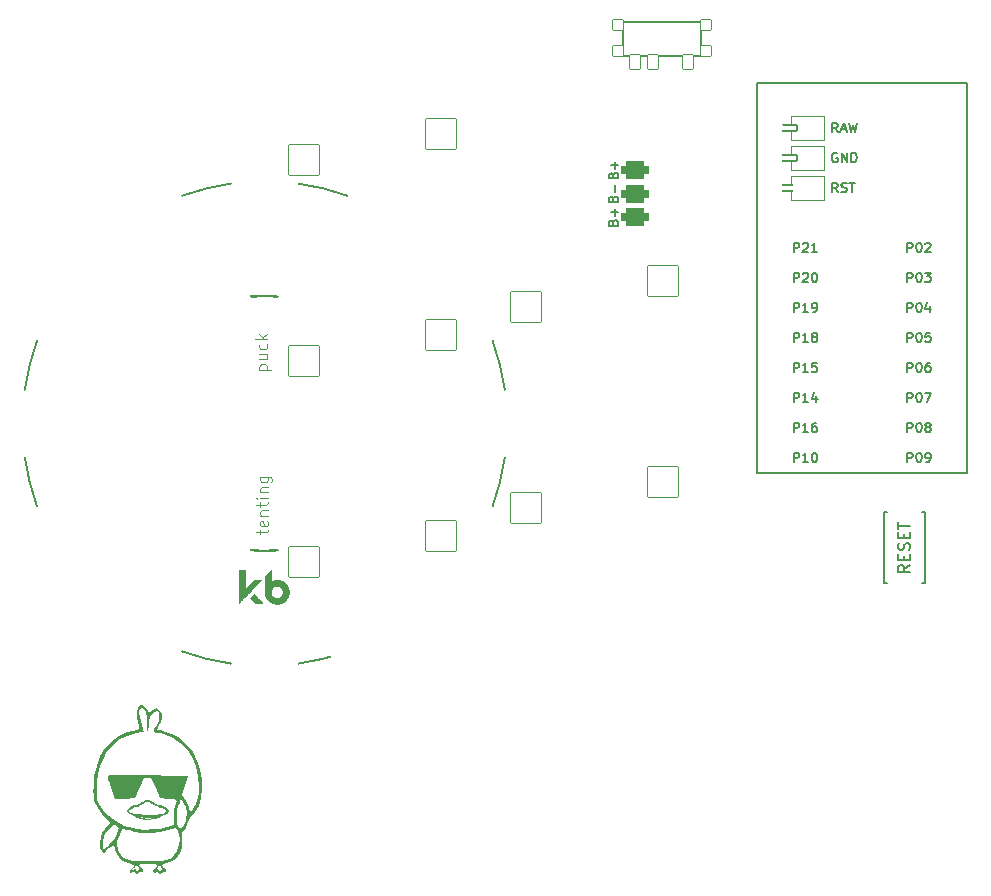
<source format=gto>
%TF.GenerationSoftware,KiCad,Pcbnew,(6.0.4)*%
%TF.CreationDate,2022-05-21T01:48:00+02:00*%
%TF.ProjectId,battoota,62617474-6f6f-4746-912e-6b696361645f,v1.0.0*%
%TF.SameCoordinates,Original*%
%TF.FileFunction,Legend,Top*%
%TF.FilePolarity,Positive*%
%FSLAX46Y46*%
G04 Gerber Fmt 4.6, Leading zero omitted, Abs format (unit mm)*
G04 Created by KiCad (PCBNEW (6.0.4)) date 2022-05-21 01:48:00*
%MOMM*%
%LPD*%
G01*
G04 APERTURE LIST*
G04 Aperture macros list*
%AMRoundRect*
0 Rectangle with rounded corners*
0 $1 Rounding radius*
0 $2 $3 $4 $5 $6 $7 $8 $9 X,Y pos of 4 corners*
0 Add a 4 corners polygon primitive as box body*
4,1,4,$2,$3,$4,$5,$6,$7,$8,$9,$2,$3,0*
0 Add four circle primitives for the rounded corners*
1,1,$1+$1,$2,$3*
1,1,$1+$1,$4,$5*
1,1,$1+$1,$6,$7*
1,1,$1+$1,$8,$9*
0 Add four rect primitives between the rounded corners*
20,1,$1+$1,$2,$3,$4,$5,0*
20,1,$1+$1,$4,$5,$6,$7,0*
20,1,$1+$1,$6,$7,$8,$9,0*
20,1,$1+$1,$8,$9,$2,$3,0*%
%AMFreePoly0*
4,1,16,0.535355,0.785355,0.550000,0.750000,0.550000,-0.750000,0.535355,-0.785355,0.500000,-0.800000,-0.650000,-0.800000,-0.685355,-0.785355,-0.700000,-0.750000,-0.691603,-0.722265,-0.210093,0.000000,-0.691603,0.722265,-0.699029,0.759806,-0.677735,0.791603,-0.650000,0.800000,0.500000,0.800000,0.535355,0.785355,0.535355,0.785355,$1*%
%AMFreePoly1*
4,1,16,0.535355,0.785355,0.541603,0.777735,1.041603,0.027735,1.049029,-0.009806,1.041603,-0.027735,0.541603,-0.777735,0.509806,-0.799029,0.500000,-0.800000,-0.500000,-0.800000,-0.535355,-0.785355,-0.550000,-0.750000,-0.550000,0.750000,-0.535355,0.785355,-0.500000,0.800000,0.500000,0.800000,0.535355,0.785355,0.535355,0.785355,$1*%
G04 Aperture macros list end*
%ADD10C,0.150000*%
%ADD11C,0.100000*%
%ADD12C,0.120000*%
%ADD13C,0.200000*%
%ADD14C,0.010000*%
%ADD15C,2.000000*%
%ADD16RoundRect,0.375000X-0.750000X0.375000X-0.750000X-0.375000X0.750000X-0.375000X0.750000X0.375000X0*%
%ADD17C,1.752600*%
%ADD18C,2.100000*%
%ADD19C,3.100000*%
%ADD20C,1.801800*%
%ADD21C,3.529000*%
%ADD22RoundRect,0.050000X-1.054507X-1.505993X1.505993X-1.054507X1.054507X1.505993X-1.505993X1.054507X0*%
%ADD23C,2.132000*%
%ADD24RoundRect,0.050000X-1.181751X-1.408356X1.408356X-1.181751X1.181751X1.408356X-1.408356X1.181751X0*%
%ADD25RoundRect,0.050000X-1.300000X-1.300000X1.300000X-1.300000X1.300000X1.300000X-1.300000X1.300000X0*%
%ADD26RoundRect,0.425000X-0.750000X0.375000X-0.750000X-0.375000X0.750000X-0.375000X0.750000X0.375000X0*%
%ADD27RoundRect,0.050000X-1.716367X-0.658851X0.658851X-1.716367X1.716367X0.658851X-0.658851X1.716367X0*%
%ADD28RoundRect,0.050000X-0.863113X-1.623279X1.623279X-0.863113X0.863113X1.623279X-1.623279X0.863113X0*%
%ADD29RoundRect,0.050000X-0.450000X-0.450000X0.450000X-0.450000X0.450000X0.450000X-0.450000X0.450000X0*%
%ADD30RoundRect,0.050000X-0.450000X-0.625000X0.450000X-0.625000X0.450000X0.625000X-0.450000X0.625000X0*%
%ADD31C,1.100000*%
%ADD32RoundRect,0.050000X-1.487360X-1.080630X1.080630X-1.487360X1.487360X1.080630X-1.080630X1.487360X0*%
%ADD33C,1.852600*%
%ADD34FreePoly0,180.000000*%
%ADD35RoundRect,0.050000X-0.762000X0.250000X-0.762000X-0.250000X0.762000X-0.250000X0.762000X0.250000X0*%
%ADD36FreePoly1,180.000000*%
%ADD37C,4.500000*%
G04 APERTURE END LIST*
D10*
%TO.C,B1*%
X158422171Y76170873D02*
X157945981Y75837539D01*
X158422171Y75599444D02*
X157422171Y75599444D01*
X157422171Y75980396D01*
X157469791Y76075634D01*
X157517410Y76123254D01*
X157612648Y76170873D01*
X157755505Y76170873D01*
X157850743Y76123254D01*
X157898362Y76075634D01*
X157945981Y75980396D01*
X157945981Y75599444D01*
X157898362Y76599444D02*
X157898362Y76932777D01*
X158422171Y77075634D02*
X158422171Y76599444D01*
X157422171Y76599444D01*
X157422171Y77075634D01*
X158374552Y77456587D02*
X158422171Y77599444D01*
X158422171Y77837539D01*
X158374552Y77932777D01*
X158326933Y77980396D01*
X158231695Y78028015D01*
X158136457Y78028015D01*
X158041219Y77980396D01*
X157993600Y77932777D01*
X157945981Y77837539D01*
X157898362Y77647063D01*
X157850743Y77551825D01*
X157803124Y77504206D01*
X157707886Y77456587D01*
X157612648Y77456587D01*
X157517410Y77504206D01*
X157469791Y77551825D01*
X157422171Y77647063D01*
X157422171Y77885158D01*
X157469791Y78028015D01*
X157898362Y78456587D02*
X157898362Y78789920D01*
X158422171Y78932777D02*
X158422171Y78456587D01*
X157422171Y78456587D01*
X157422171Y78932777D01*
X157422171Y79218492D02*
X157422171Y79789920D01*
X158422171Y79504206D02*
X157422171Y79504206D01*
%TO.C,PAD1*%
X133304033Y107176574D02*
X133342128Y107290860D01*
X133380223Y107328955D01*
X133456414Y107367050D01*
X133570699Y107367050D01*
X133646890Y107328955D01*
X133684985Y107290860D01*
X133723080Y107214670D01*
X133723080Y106909908D01*
X132923080Y106909908D01*
X132923080Y107176574D01*
X132961176Y107252765D01*
X132999271Y107290860D01*
X133075461Y107328955D01*
X133151652Y107328955D01*
X133227842Y107290860D01*
X133265937Y107252765D01*
X133304033Y107176574D01*
X133304033Y106909908D01*
X133418318Y107709908D02*
X133418318Y108319431D01*
X133304033Y109176574D02*
X133342128Y109290860D01*
X133380223Y109328955D01*
X133456414Y109367050D01*
X133570699Y109367050D01*
X133646890Y109328955D01*
X133684985Y109290860D01*
X133723080Y109214670D01*
X133723080Y108909908D01*
X132923080Y108909908D01*
X132923080Y109176574D01*
X132961176Y109252765D01*
X132999271Y109290860D01*
X133075461Y109328955D01*
X133151652Y109328955D01*
X133227842Y109290860D01*
X133265937Y109252765D01*
X133304033Y109176574D01*
X133304033Y108909908D01*
X133418318Y109709908D02*
X133418318Y110319431D01*
X133723080Y110014670D02*
X133113556Y110014670D01*
X133304033Y105176574D02*
X133342128Y105290860D01*
X133380223Y105328955D01*
X133456414Y105367050D01*
X133570699Y105367050D01*
X133646890Y105328955D01*
X133684985Y105290860D01*
X133723080Y105214670D01*
X133723080Y104909908D01*
X132923080Y104909908D01*
X132923080Y105176574D01*
X132961176Y105252765D01*
X132999271Y105290860D01*
X133075461Y105328955D01*
X133151652Y105328955D01*
X133227842Y105290860D01*
X133265937Y105252765D01*
X133304033Y105176574D01*
X133304033Y104909908D01*
X133418318Y105709908D02*
X133418318Y106319431D01*
X133723080Y106014670D02*
X133113556Y106014670D01*
%TO.C,MCU1*%
X158185784Y87421349D02*
X158185784Y88221349D01*
X158490546Y88221349D01*
X158566736Y88183254D01*
X158604832Y88145158D01*
X158642927Y88068968D01*
X158642927Y87954682D01*
X158604832Y87878492D01*
X158566736Y87840396D01*
X158490546Y87802301D01*
X158185784Y87802301D01*
X159138165Y88221349D02*
X159214355Y88221349D01*
X159290546Y88183254D01*
X159328641Y88145158D01*
X159366736Y88068968D01*
X159404832Y87916587D01*
X159404832Y87726111D01*
X159366736Y87573730D01*
X159328641Y87497539D01*
X159290546Y87459444D01*
X159214355Y87421349D01*
X159138165Y87421349D01*
X159061974Y87459444D01*
X159023879Y87497539D01*
X158985784Y87573730D01*
X158947689Y87726111D01*
X158947689Y87916587D01*
X158985784Y88068968D01*
X159023879Y88145158D01*
X159061974Y88183254D01*
X159138165Y88221349D01*
X159861974Y87878492D02*
X159785784Y87916587D01*
X159747689Y87954682D01*
X159709593Y88030873D01*
X159709593Y88068968D01*
X159747689Y88145158D01*
X159785784Y88183254D01*
X159861974Y88221349D01*
X160014355Y88221349D01*
X160090546Y88183254D01*
X160128641Y88145158D01*
X160166736Y88068968D01*
X160166736Y88030873D01*
X160128641Y87954682D01*
X160090546Y87916587D01*
X160014355Y87878492D01*
X159861974Y87878492D01*
X159785784Y87840396D01*
X159747689Y87802301D01*
X159709593Y87726111D01*
X159709593Y87573730D01*
X159747689Y87497539D01*
X159785784Y87459444D01*
X159861974Y87421349D01*
X160014355Y87421349D01*
X160090546Y87459444D01*
X160128641Y87497539D01*
X160166736Y87573730D01*
X160166736Y87726111D01*
X160128641Y87802301D01*
X160090546Y87840396D01*
X160014355Y87878492D01*
X148585784Y102661349D02*
X148585784Y103461349D01*
X148890546Y103461349D01*
X148966736Y103423254D01*
X149004832Y103385158D01*
X149042927Y103308968D01*
X149042927Y103194682D01*
X149004832Y103118492D01*
X148966736Y103080396D01*
X148890546Y103042301D01*
X148585784Y103042301D01*
X149347689Y103385158D02*
X149385784Y103423254D01*
X149461974Y103461349D01*
X149652451Y103461349D01*
X149728641Y103423254D01*
X149766736Y103385158D01*
X149804832Y103308968D01*
X149804832Y103232777D01*
X149766736Y103118492D01*
X149309593Y102661349D01*
X149804832Y102661349D01*
X150566736Y102661349D02*
X150109593Y102661349D01*
X150338165Y102661349D02*
X150338165Y103461349D01*
X150261974Y103347063D01*
X150185784Y103270873D01*
X150109593Y103232777D01*
X148585784Y89961349D02*
X148585784Y90761349D01*
X148890546Y90761349D01*
X148966736Y90723254D01*
X149004832Y90685158D01*
X149042927Y90608968D01*
X149042927Y90494682D01*
X149004832Y90418492D01*
X148966736Y90380396D01*
X148890546Y90342301D01*
X148585784Y90342301D01*
X149804832Y89961349D02*
X149347689Y89961349D01*
X149576260Y89961349D02*
X149576260Y90761349D01*
X149500070Y90647063D01*
X149423879Y90570873D01*
X149347689Y90532777D01*
X150490546Y90494682D02*
X150490546Y89961349D01*
X150300070Y90799444D02*
X150109593Y90228015D01*
X150604832Y90228015D01*
X148585784Y100121349D02*
X148585784Y100921349D01*
X148890546Y100921349D01*
X148966736Y100883254D01*
X149004832Y100845158D01*
X149042927Y100768968D01*
X149042927Y100654682D01*
X149004832Y100578492D01*
X148966736Y100540396D01*
X148890546Y100502301D01*
X148585784Y100502301D01*
X149347689Y100845158D02*
X149385784Y100883254D01*
X149461974Y100921349D01*
X149652451Y100921349D01*
X149728641Y100883254D01*
X149766736Y100845158D01*
X149804832Y100768968D01*
X149804832Y100692777D01*
X149766736Y100578492D01*
X149309593Y100121349D01*
X149804832Y100121349D01*
X150300070Y100921349D02*
X150376260Y100921349D01*
X150452451Y100883254D01*
X150490546Y100845158D01*
X150528641Y100768968D01*
X150566736Y100616587D01*
X150566736Y100426111D01*
X150528641Y100273730D01*
X150490546Y100197539D01*
X150452451Y100159444D01*
X150376260Y100121349D01*
X150300070Y100121349D01*
X150223879Y100159444D01*
X150185784Y100197539D01*
X150147689Y100273730D01*
X150109593Y100426111D01*
X150109593Y100616587D01*
X150147689Y100768968D01*
X150185784Y100845158D01*
X150223879Y100883254D01*
X150300070Y100921349D01*
X152305594Y107741349D02*
X152038928Y108122301D01*
X151848451Y107741349D02*
X151848451Y108541349D01*
X152153213Y108541349D01*
X152229404Y108503254D01*
X152267499Y108465158D01*
X152305594Y108388968D01*
X152305594Y108274682D01*
X152267499Y108198492D01*
X152229404Y108160396D01*
X152153213Y108122301D01*
X151848451Y108122301D01*
X152610356Y107779444D02*
X152724642Y107741349D01*
X152915118Y107741349D01*
X152991309Y107779444D01*
X153029404Y107817539D01*
X153067499Y107893730D01*
X153067499Y107969920D01*
X153029404Y108046111D01*
X152991309Y108084206D01*
X152915118Y108122301D01*
X152762737Y108160396D01*
X152686547Y108198492D01*
X152648451Y108236587D01*
X152610356Y108312777D01*
X152610356Y108388968D01*
X152648451Y108465158D01*
X152686547Y108503254D01*
X152762737Y108541349D01*
X152953213Y108541349D01*
X153067499Y108503254D01*
X153296070Y108541349D02*
X153753213Y108541349D01*
X153524642Y107741349D02*
X153524642Y108541349D01*
X158185784Y84881349D02*
X158185784Y85681349D01*
X158490546Y85681349D01*
X158566736Y85643254D01*
X158604832Y85605158D01*
X158642927Y85528968D01*
X158642927Y85414682D01*
X158604832Y85338492D01*
X158566736Y85300396D01*
X158490546Y85262301D01*
X158185784Y85262301D01*
X159138165Y85681349D02*
X159214355Y85681349D01*
X159290546Y85643254D01*
X159328641Y85605158D01*
X159366736Y85528968D01*
X159404832Y85376587D01*
X159404832Y85186111D01*
X159366736Y85033730D01*
X159328641Y84957539D01*
X159290546Y84919444D01*
X159214355Y84881349D01*
X159138165Y84881349D01*
X159061974Y84919444D01*
X159023879Y84957539D01*
X158985784Y85033730D01*
X158947689Y85186111D01*
X158947689Y85376587D01*
X158985784Y85528968D01*
X159023879Y85605158D01*
X159061974Y85643254D01*
X159138165Y85681349D01*
X159785784Y84881349D02*
X159938165Y84881349D01*
X160014355Y84919444D01*
X160052451Y84957539D01*
X160128641Y85071825D01*
X160166736Y85224206D01*
X160166736Y85528968D01*
X160128641Y85605158D01*
X160090546Y85643254D01*
X160014355Y85681349D01*
X159861974Y85681349D01*
X159785784Y85643254D01*
X159747689Y85605158D01*
X159709593Y85528968D01*
X159709593Y85338492D01*
X159747689Y85262301D01*
X159785784Y85224206D01*
X159861974Y85186111D01*
X160014355Y85186111D01*
X160090546Y85224206D01*
X160128641Y85262301D01*
X160166736Y85338492D01*
X148585784Y87421349D02*
X148585784Y88221349D01*
X148890546Y88221349D01*
X148966736Y88183254D01*
X149004832Y88145158D01*
X149042927Y88068968D01*
X149042927Y87954682D01*
X149004832Y87878492D01*
X148966736Y87840396D01*
X148890546Y87802301D01*
X148585784Y87802301D01*
X149804832Y87421349D02*
X149347689Y87421349D01*
X149576260Y87421349D02*
X149576260Y88221349D01*
X149500070Y88107063D01*
X149423879Y88030873D01*
X149347689Y87992777D01*
X150490546Y88221349D02*
X150338165Y88221349D01*
X150261974Y88183254D01*
X150223879Y88145158D01*
X150147689Y88030873D01*
X150109593Y87878492D01*
X150109593Y87573730D01*
X150147689Y87497539D01*
X150185784Y87459444D01*
X150261974Y87421349D01*
X150414355Y87421349D01*
X150490546Y87459444D01*
X150528641Y87497539D01*
X150566736Y87573730D01*
X150566736Y87764206D01*
X150528641Y87840396D01*
X150490546Y87878492D01*
X150414355Y87916587D01*
X150261974Y87916587D01*
X150185784Y87878492D01*
X150147689Y87840396D01*
X150109593Y87764206D01*
X152305595Y112821349D02*
X152038928Y113202301D01*
X151848452Y112821349D02*
X151848452Y113621349D01*
X152153214Y113621349D01*
X152229404Y113583254D01*
X152267499Y113545158D01*
X152305595Y113468968D01*
X152305595Y113354682D01*
X152267499Y113278492D01*
X152229404Y113240396D01*
X152153214Y113202301D01*
X151848452Y113202301D01*
X152610356Y113049920D02*
X152991309Y113049920D01*
X152534166Y112821349D02*
X152800833Y113621349D01*
X153067499Y112821349D01*
X153257976Y113621349D02*
X153448452Y112821349D01*
X153600833Y113392777D01*
X153753214Y112821349D01*
X153943690Y113621349D01*
X158185784Y102661349D02*
X158185784Y103461349D01*
X158490546Y103461349D01*
X158566736Y103423254D01*
X158604832Y103385158D01*
X158642927Y103308968D01*
X158642927Y103194682D01*
X158604832Y103118492D01*
X158566736Y103080396D01*
X158490546Y103042301D01*
X158185784Y103042301D01*
X159138165Y103461349D02*
X159214355Y103461349D01*
X159290546Y103423254D01*
X159328641Y103385158D01*
X159366736Y103308968D01*
X159404832Y103156587D01*
X159404832Y102966111D01*
X159366736Y102813730D01*
X159328641Y102737539D01*
X159290546Y102699444D01*
X159214355Y102661349D01*
X159138165Y102661349D01*
X159061974Y102699444D01*
X159023879Y102737539D01*
X158985784Y102813730D01*
X158947689Y102966111D01*
X158947689Y103156587D01*
X158985784Y103308968D01*
X159023879Y103385158D01*
X159061974Y103423254D01*
X159138165Y103461349D01*
X159709593Y103385158D02*
X159747689Y103423254D01*
X159823879Y103461349D01*
X160014355Y103461349D01*
X160090546Y103423254D01*
X160128641Y103385158D01*
X160166736Y103308968D01*
X160166736Y103232777D01*
X160128641Y103118492D01*
X159671498Y102661349D01*
X160166736Y102661349D01*
X148585784Y95041349D02*
X148585784Y95841349D01*
X148890546Y95841349D01*
X148966736Y95803254D01*
X149004832Y95765158D01*
X149042927Y95688968D01*
X149042927Y95574682D01*
X149004832Y95498492D01*
X148966736Y95460396D01*
X148890546Y95422301D01*
X148585784Y95422301D01*
X149804832Y95041349D02*
X149347689Y95041349D01*
X149576260Y95041349D02*
X149576260Y95841349D01*
X149500070Y95727063D01*
X149423879Y95650873D01*
X149347689Y95612777D01*
X150261974Y95498492D02*
X150185784Y95536587D01*
X150147689Y95574682D01*
X150109593Y95650873D01*
X150109593Y95688968D01*
X150147689Y95765158D01*
X150185784Y95803254D01*
X150261974Y95841349D01*
X150414355Y95841349D01*
X150490546Y95803254D01*
X150528641Y95765158D01*
X150566736Y95688968D01*
X150566736Y95650873D01*
X150528641Y95574682D01*
X150490546Y95536587D01*
X150414355Y95498492D01*
X150261974Y95498492D01*
X150185784Y95460396D01*
X150147689Y95422301D01*
X150109593Y95346111D01*
X150109593Y95193730D01*
X150147689Y95117539D01*
X150185784Y95079444D01*
X150261974Y95041349D01*
X150414355Y95041349D01*
X150490546Y95079444D01*
X150528641Y95117539D01*
X150566736Y95193730D01*
X150566736Y95346111D01*
X150528641Y95422301D01*
X150490546Y95460396D01*
X150414355Y95498492D01*
X148585784Y84881349D02*
X148585784Y85681349D01*
X148890546Y85681349D01*
X148966736Y85643254D01*
X149004832Y85605158D01*
X149042927Y85528968D01*
X149042927Y85414682D01*
X149004832Y85338492D01*
X148966736Y85300396D01*
X148890546Y85262301D01*
X148585784Y85262301D01*
X149804832Y84881349D02*
X149347689Y84881349D01*
X149576260Y84881349D02*
X149576260Y85681349D01*
X149500070Y85567063D01*
X149423879Y85490873D01*
X149347689Y85452777D01*
X150300070Y85681349D02*
X150376260Y85681349D01*
X150452451Y85643254D01*
X150490546Y85605158D01*
X150528641Y85528968D01*
X150566736Y85376587D01*
X150566736Y85186111D01*
X150528641Y85033730D01*
X150490546Y84957539D01*
X150452451Y84919444D01*
X150376260Y84881349D01*
X150300070Y84881349D01*
X150223879Y84919444D01*
X150185784Y84957539D01*
X150147689Y85033730D01*
X150109593Y85186111D01*
X150109593Y85376587D01*
X150147689Y85528968D01*
X150185784Y85605158D01*
X150223879Y85643254D01*
X150300070Y85681349D01*
X158185784Y100121349D02*
X158185784Y100921349D01*
X158490546Y100921349D01*
X158566736Y100883254D01*
X158604832Y100845158D01*
X158642927Y100768968D01*
X158642927Y100654682D01*
X158604832Y100578492D01*
X158566736Y100540396D01*
X158490546Y100502301D01*
X158185784Y100502301D01*
X159138165Y100921349D02*
X159214355Y100921349D01*
X159290546Y100883254D01*
X159328641Y100845158D01*
X159366736Y100768968D01*
X159404832Y100616587D01*
X159404832Y100426111D01*
X159366736Y100273730D01*
X159328641Y100197539D01*
X159290546Y100159444D01*
X159214355Y100121349D01*
X159138165Y100121349D01*
X159061974Y100159444D01*
X159023879Y100197539D01*
X158985784Y100273730D01*
X158947689Y100426111D01*
X158947689Y100616587D01*
X158985784Y100768968D01*
X159023879Y100845158D01*
X159061974Y100883254D01*
X159138165Y100921349D01*
X159671498Y100921349D02*
X160166736Y100921349D01*
X159900070Y100616587D01*
X160014355Y100616587D01*
X160090546Y100578492D01*
X160128641Y100540396D01*
X160166736Y100464206D01*
X160166736Y100273730D01*
X160128641Y100197539D01*
X160090546Y100159444D01*
X160014355Y100121349D01*
X159785784Y100121349D01*
X159709593Y100159444D01*
X159671498Y100197539D01*
X158185784Y89961349D02*
X158185784Y90761349D01*
X158490546Y90761349D01*
X158566736Y90723254D01*
X158604832Y90685158D01*
X158642927Y90608968D01*
X158642927Y90494682D01*
X158604832Y90418492D01*
X158566736Y90380396D01*
X158490546Y90342301D01*
X158185784Y90342301D01*
X159138165Y90761349D02*
X159214355Y90761349D01*
X159290546Y90723254D01*
X159328641Y90685158D01*
X159366736Y90608968D01*
X159404832Y90456587D01*
X159404832Y90266111D01*
X159366736Y90113730D01*
X159328641Y90037539D01*
X159290546Y89999444D01*
X159214355Y89961349D01*
X159138165Y89961349D01*
X159061974Y89999444D01*
X159023879Y90037539D01*
X158985784Y90113730D01*
X158947689Y90266111D01*
X158947689Y90456587D01*
X158985784Y90608968D01*
X159023879Y90685158D01*
X159061974Y90723254D01*
X159138165Y90761349D01*
X159671498Y90761349D02*
X160204832Y90761349D01*
X159861974Y89961349D01*
X148585784Y97581349D02*
X148585784Y98381349D01*
X148890546Y98381349D01*
X148966736Y98343254D01*
X149004832Y98305158D01*
X149042927Y98228968D01*
X149042927Y98114682D01*
X149004832Y98038492D01*
X148966736Y98000396D01*
X148890546Y97962301D01*
X148585784Y97962301D01*
X149804832Y97581349D02*
X149347689Y97581349D01*
X149576260Y97581349D02*
X149576260Y98381349D01*
X149500070Y98267063D01*
X149423879Y98190873D01*
X149347689Y98152777D01*
X150185784Y97581349D02*
X150338165Y97581349D01*
X150414355Y97619444D01*
X150452451Y97657539D01*
X150528641Y97771825D01*
X150566736Y97924206D01*
X150566736Y98228968D01*
X150528641Y98305158D01*
X150490546Y98343254D01*
X150414355Y98381349D01*
X150261974Y98381349D01*
X150185784Y98343254D01*
X150147689Y98305158D01*
X150109593Y98228968D01*
X150109593Y98038492D01*
X150147689Y97962301D01*
X150185784Y97924206D01*
X150261974Y97886111D01*
X150414355Y97886111D01*
X150490546Y97924206D01*
X150528641Y97962301D01*
X150566736Y98038492D01*
X152248452Y111043254D02*
X152172261Y111081349D01*
X152057976Y111081349D01*
X151943690Y111043254D01*
X151867499Y110967063D01*
X151829404Y110890873D01*
X151791309Y110738492D01*
X151791309Y110624206D01*
X151829404Y110471825D01*
X151867499Y110395634D01*
X151943690Y110319444D01*
X152057976Y110281349D01*
X152134166Y110281349D01*
X152248452Y110319444D01*
X152286547Y110357539D01*
X152286547Y110624206D01*
X152134166Y110624206D01*
X152629404Y110281349D02*
X152629404Y111081349D01*
X153086547Y110281349D01*
X153086547Y111081349D01*
X153467499Y110281349D02*
X153467499Y111081349D01*
X153657976Y111081349D01*
X153772261Y111043254D01*
X153848452Y110967063D01*
X153886547Y110890873D01*
X153924642Y110738492D01*
X153924642Y110624206D01*
X153886547Y110471825D01*
X153848452Y110395634D01*
X153772261Y110319444D01*
X153657976Y110281349D01*
X153467499Y110281349D01*
X158185784Y97581349D02*
X158185784Y98381349D01*
X158490546Y98381349D01*
X158566736Y98343254D01*
X158604832Y98305158D01*
X158642927Y98228968D01*
X158642927Y98114682D01*
X158604832Y98038492D01*
X158566736Y98000396D01*
X158490546Y97962301D01*
X158185784Y97962301D01*
X159138165Y98381349D02*
X159214355Y98381349D01*
X159290546Y98343254D01*
X159328641Y98305158D01*
X159366736Y98228968D01*
X159404832Y98076587D01*
X159404832Y97886111D01*
X159366736Y97733730D01*
X159328641Y97657539D01*
X159290546Y97619444D01*
X159214355Y97581349D01*
X159138165Y97581349D01*
X159061974Y97619444D01*
X159023879Y97657539D01*
X158985784Y97733730D01*
X158947689Y97886111D01*
X158947689Y98076587D01*
X158985784Y98228968D01*
X159023879Y98305158D01*
X159061974Y98343254D01*
X159138165Y98381349D01*
X160090546Y98114682D02*
X160090546Y97581349D01*
X159900070Y98419444D02*
X159709593Y97848015D01*
X160204832Y97848015D01*
X158185784Y95041349D02*
X158185784Y95841349D01*
X158490546Y95841349D01*
X158566736Y95803254D01*
X158604832Y95765158D01*
X158642927Y95688968D01*
X158642927Y95574682D01*
X158604832Y95498492D01*
X158566736Y95460396D01*
X158490546Y95422301D01*
X158185784Y95422301D01*
X159138165Y95841349D02*
X159214355Y95841349D01*
X159290546Y95803254D01*
X159328641Y95765158D01*
X159366736Y95688968D01*
X159404832Y95536587D01*
X159404832Y95346111D01*
X159366736Y95193730D01*
X159328641Y95117539D01*
X159290546Y95079444D01*
X159214355Y95041349D01*
X159138165Y95041349D01*
X159061974Y95079444D01*
X159023879Y95117539D01*
X158985784Y95193730D01*
X158947689Y95346111D01*
X158947689Y95536587D01*
X158985784Y95688968D01*
X159023879Y95765158D01*
X159061974Y95803254D01*
X159138165Y95841349D01*
X160128641Y95841349D02*
X159747689Y95841349D01*
X159709593Y95460396D01*
X159747689Y95498492D01*
X159823879Y95536587D01*
X160014355Y95536587D01*
X160090546Y95498492D01*
X160128641Y95460396D01*
X160166736Y95384206D01*
X160166736Y95193730D01*
X160128641Y95117539D01*
X160090546Y95079444D01*
X160014355Y95041349D01*
X159823879Y95041349D01*
X159747689Y95079444D01*
X159709593Y95117539D01*
X148585784Y92501349D02*
X148585784Y93301349D01*
X148890546Y93301349D01*
X148966736Y93263254D01*
X149004832Y93225158D01*
X149042927Y93148968D01*
X149042927Y93034682D01*
X149004832Y92958492D01*
X148966736Y92920396D01*
X148890546Y92882301D01*
X148585784Y92882301D01*
X149804832Y92501349D02*
X149347689Y92501349D01*
X149576260Y92501349D02*
X149576260Y93301349D01*
X149500070Y93187063D01*
X149423879Y93110873D01*
X149347689Y93072777D01*
X150528641Y93301349D02*
X150147689Y93301349D01*
X150109593Y92920396D01*
X150147689Y92958492D01*
X150223879Y92996587D01*
X150414355Y92996587D01*
X150490546Y92958492D01*
X150528641Y92920396D01*
X150566736Y92844206D01*
X150566736Y92653730D01*
X150528641Y92577539D01*
X150490546Y92539444D01*
X150414355Y92501349D01*
X150223879Y92501349D01*
X150147689Y92539444D01*
X150109593Y92577539D01*
X158185784Y92501349D02*
X158185784Y93301349D01*
X158490546Y93301349D01*
X158566736Y93263254D01*
X158604832Y93225158D01*
X158642927Y93148968D01*
X158642927Y93034682D01*
X158604832Y92958492D01*
X158566736Y92920396D01*
X158490546Y92882301D01*
X158185784Y92882301D01*
X159138165Y93301349D02*
X159214355Y93301349D01*
X159290546Y93263254D01*
X159328641Y93225158D01*
X159366736Y93148968D01*
X159404832Y92996587D01*
X159404832Y92806111D01*
X159366736Y92653730D01*
X159328641Y92577539D01*
X159290546Y92539444D01*
X159214355Y92501349D01*
X159138165Y92501349D01*
X159061974Y92539444D01*
X159023879Y92577539D01*
X158985784Y92653730D01*
X158947689Y92806111D01*
X158947689Y92996587D01*
X158985784Y93148968D01*
X159023879Y93225158D01*
X159061974Y93263254D01*
X159138165Y93301349D01*
X160090546Y93301349D02*
X159938165Y93301349D01*
X159861974Y93263254D01*
X159823879Y93225158D01*
X159747689Y93110873D01*
X159709593Y92958492D01*
X159709593Y92653730D01*
X159747689Y92577539D01*
X159785784Y92539444D01*
X159861974Y92501349D01*
X160014355Y92501349D01*
X160090546Y92539444D01*
X160128641Y92577539D01*
X160166736Y92653730D01*
X160166736Y92844206D01*
X160128641Y92920396D01*
X160090546Y92958492D01*
X160014355Y92996587D01*
X159861974Y92996587D01*
X159785784Y92958492D01*
X159747689Y92920396D01*
X159709593Y92844206D01*
D11*
%TO.C,REF\u002A\u002A*%
X103392434Y78783427D02*
X103392434Y79164379D01*
X103059100Y78926284D02*
X103916243Y78926284D01*
X104011481Y78973903D01*
X104059100Y79069141D01*
X104059100Y79164379D01*
X104011481Y79878665D02*
X104059100Y79783427D01*
X104059100Y79592950D01*
X104011481Y79497712D01*
X103916243Y79450093D01*
X103535291Y79450093D01*
X103440053Y79497712D01*
X103392434Y79592950D01*
X103392434Y79783427D01*
X103440053Y79878665D01*
X103535291Y79926284D01*
X103630529Y79926284D01*
X103725767Y79450093D01*
X103392434Y80354855D02*
X104059100Y80354855D01*
X103487672Y80354855D02*
X103440053Y80402474D01*
X103392434Y80497712D01*
X103392434Y80640569D01*
X103440053Y80735807D01*
X103535291Y80783427D01*
X104059100Y80783427D01*
X103392434Y81116760D02*
X103392434Y81497712D01*
X103059100Y81259617D02*
X103916243Y81259617D01*
X104011481Y81307236D01*
X104059100Y81402474D01*
X104059100Y81497712D01*
X104059100Y81831046D02*
X103392434Y81831046D01*
X103059100Y81831046D02*
X103106720Y81783427D01*
X103154339Y81831046D01*
X103106720Y81878665D01*
X103059100Y81831046D01*
X103154339Y81831046D01*
X103392434Y82307236D02*
X104059100Y82307236D01*
X103487672Y82307236D02*
X103440053Y82354855D01*
X103392434Y82450093D01*
X103392434Y82592950D01*
X103440053Y82688188D01*
X103535291Y82735807D01*
X104059100Y82735807D01*
X103392434Y83640569D02*
X104201958Y83640569D01*
X104297196Y83592950D01*
X104344815Y83545331D01*
X104392434Y83450093D01*
X104392434Y83307236D01*
X104344815Y83211998D01*
X104011481Y83640569D02*
X104059100Y83545331D01*
X104059100Y83354855D01*
X104011481Y83259617D01*
X103963862Y83211998D01*
X103868624Y83164379D01*
X103582910Y83164379D01*
X103487672Y83211998D01*
X103440053Y83259617D01*
X103392434Y83354855D01*
X103392434Y83545331D01*
X103440053Y83640569D01*
X103328934Y92673927D02*
X104328934Y92673927D01*
X103376553Y92673927D02*
X103328934Y92769165D01*
X103328934Y92959641D01*
X103376553Y93054879D01*
X103424172Y93102498D01*
X103519410Y93150117D01*
X103805124Y93150117D01*
X103900362Y93102498D01*
X103947981Y93054879D01*
X103995600Y92959641D01*
X103995600Y92769165D01*
X103947981Y92673927D01*
X103328934Y94007260D02*
X103995600Y94007260D01*
X103328934Y93578688D02*
X103852743Y93578688D01*
X103947981Y93626307D01*
X103995600Y93721546D01*
X103995600Y93864403D01*
X103947981Y93959641D01*
X103900362Y94007260D01*
X103947981Y94912022D02*
X103995600Y94816784D01*
X103995600Y94626307D01*
X103947981Y94531069D01*
X103900362Y94483450D01*
X103805124Y94435831D01*
X103519410Y94435831D01*
X103424172Y94483450D01*
X103376553Y94531069D01*
X103328934Y94626307D01*
X103328934Y94816784D01*
X103376553Y94912022D01*
X103995600Y95340593D02*
X102995600Y95340593D01*
X103614648Y95435831D02*
X103995600Y95721546D01*
X103328934Y95721546D02*
X103709886Y95340593D01*
D10*
%TO.C,B1*%
X156219791Y74623254D02*
X156219791Y80623254D01*
X159719791Y74623254D02*
X159719791Y80623254D01*
X156219791Y80623254D02*
X156469791Y80623254D01*
X159719791Y74623254D02*
X159469791Y74623254D01*
X159719791Y80623254D02*
X159469791Y80623254D01*
X156219791Y74623254D02*
X156469791Y74623254D01*
%TO.C,G\u002A\u002A\u002A*%
G36*
X92883978Y54811439D02*
G01*
X92740255Y54880814D01*
X92407058Y55056231D01*
X92211599Y55193916D01*
X92131416Y55310999D01*
X92130646Y55316839D01*
X92306885Y55316839D01*
X92323310Y55295956D01*
X92503738Y55201096D01*
X92814003Y55123189D01*
X93215242Y55064583D01*
X93668589Y55027628D01*
X94135180Y55014670D01*
X94576151Y55028060D01*
X94952637Y55070144D01*
X95174422Y55123679D01*
X95401772Y55233273D01*
X95460472Y55348492D01*
X95351061Y55468035D01*
X95074080Y55590598D01*
X94966078Y55625429D01*
X94664565Y55735323D01*
X94407590Y55860367D01*
X94283288Y55946404D01*
X94021677Y56093383D01*
X93736622Y56076183D01*
X93509613Y55948664D01*
X93306784Y55830100D01*
X93019752Y55709005D01*
X92844401Y55651219D01*
X92514387Y55534275D01*
X92332107Y55420696D01*
X92306885Y55316839D01*
X92130646Y55316839D01*
X92126422Y55348860D01*
X92205522Y55535943D01*
X92420663Y55696920D01*
X92738600Y55809825D01*
X92858300Y55832470D01*
X93154436Y55920791D01*
X93435028Y56068739D01*
X93454272Y56082600D01*
X93752550Y56247693D01*
X94019947Y56257391D01*
X94293936Y56111220D01*
X94343195Y56071400D01*
X94555160Y55931295D01*
X94751676Y55860051D01*
X94778751Y55857874D01*
X94966352Y55822347D01*
X95222502Y55735067D01*
X95328663Y55689960D01*
X95559074Y55566867D01*
X95659234Y55452976D01*
X95667330Y55340633D01*
X95591473Y55163612D01*
X95513088Y55091950D01*
X95111759Y54891462D01*
X94805697Y54759395D01*
X94543443Y54679643D01*
X94273536Y54636100D01*
X93989088Y54614958D01*
X93653008Y54603783D01*
X93402897Y54622991D01*
X93169604Y54687303D01*
X93109985Y54713214D01*
X93673799Y54713214D01*
X93780173Y54699930D01*
X93904422Y54697460D01*
X94087543Y54704065D01*
X94137812Y54720951D01*
X94094922Y54734152D01*
X93848204Y54748159D01*
X93713922Y54734152D01*
X93673799Y54713214D01*
X93109985Y54713214D01*
X92957906Y54779309D01*
X93263810Y54779309D01*
X93347033Y54765751D01*
X93456847Y54781317D01*
X93458158Y54810219D01*
X93344841Y54830431D01*
X93295880Y54816903D01*
X93263810Y54779309D01*
X92957906Y54779309D01*
X92883978Y54811439D01*
G37*
G36*
X94497088Y50503045D02*
G01*
X94643295Y50652401D01*
X94666692Y50756195D01*
X94555768Y50821445D01*
X94299012Y50855169D01*
X93904422Y50864400D01*
X93568863Y50857043D01*
X93308698Y50837338D01*
X93161697Y50808830D01*
X93142422Y50792855D01*
X93199034Y50688346D01*
X93311755Y50568066D01*
X93447142Y50400898D01*
X93476988Y50265739D01*
X93400694Y50201812D01*
X93317223Y50210169D01*
X93160615Y50195335D01*
X93108213Y50135377D01*
X93006711Y50026556D01*
X92885968Y50061683D01*
X92834968Y50143183D01*
X92754841Y50223695D01*
X92631524Y50185516D01*
X92462694Y50111812D01*
X92392654Y50148018D01*
X92380422Y50271016D01*
X92421728Y50379808D01*
X92582791Y50379808D01*
X92677340Y50385158D01*
X92749034Y50430786D01*
X92849174Y50473905D01*
X92916959Y50373574D01*
X92929388Y50337018D01*
X92980358Y50214712D01*
X93017398Y50247358D01*
X93029700Y50288207D01*
X93124266Y50392124D01*
X93211226Y50386159D01*
X93282980Y50379386D01*
X93221385Y50454321D01*
X93173785Y50496685D01*
X93022640Y50657352D01*
X92947636Y50779733D01*
X92909598Y50852446D01*
X92895106Y50761545D01*
X92821498Y50610467D01*
X92711837Y50521852D01*
X92594181Y50433079D01*
X92582791Y50379808D01*
X92421728Y50379808D01*
X92447013Y50446405D01*
X92549755Y50545382D01*
X92693986Y50671444D01*
X92682018Y50778173D01*
X92509132Y50871978D01*
X92258894Y50940441D01*
X91805541Y51124714D01*
X91433524Y51442555D01*
X91170096Y51867066D01*
X91092709Y52091419D01*
X90991439Y52470057D01*
X90775764Y52332967D01*
X90561682Y52165937D01*
X90369908Y51974638D01*
X90179727Y51753400D01*
X90000313Y51965066D01*
X89869742Y52239974D01*
X89848473Y52501801D01*
X90095204Y52501801D01*
X90102772Y52276291D01*
X90139765Y52147704D01*
X90163941Y52134400D01*
X90256374Y52188909D01*
X90430173Y52331426D01*
X90603135Y52489954D01*
X91293284Y52489954D01*
X91375226Y52110208D01*
X91476501Y51873648D01*
X91654061Y51601911D01*
X91877885Y51393116D01*
X92168936Y51241165D01*
X92548174Y51139962D01*
X93036561Y51083409D01*
X93655058Y51065408D01*
X94226220Y51073792D01*
X94708800Y51090617D01*
X95060360Y51114249D01*
X95319209Y51150426D01*
X95523658Y51204883D01*
X95712015Y51283357D01*
X95750220Y51301989D01*
X96123921Y51577407D01*
X96396496Y51966219D01*
X96555900Y52437813D01*
X96590089Y52961576D01*
X96540529Y53310769D01*
X96455508Y53618649D01*
X96347306Y53796201D01*
X96181045Y53859979D01*
X95921846Y53826536D01*
X95630184Y53742813D01*
X94953530Y53587774D01*
X94197082Y53510253D01*
X93433171Y53513392D01*
X92734127Y53600336D01*
X92668971Y53614115D01*
X92335075Y53693216D01*
X92053420Y53769503D01*
X91875159Y53828891D01*
X91854808Y53838335D01*
X91752825Y53860391D01*
X91681082Y53771888D01*
X91623707Y53593361D01*
X91533656Y53336287D01*
X91426116Y53126554D01*
X91411179Y53105450D01*
X91304319Y52839623D01*
X91293284Y52489954D01*
X90603135Y52489954D01*
X90635426Y52519550D01*
X90866152Y52778902D01*
X91090809Y53095367D01*
X91281265Y53421544D01*
X91409387Y53710034D01*
X91448261Y53889059D01*
X91380701Y53995723D01*
X91215710Y54113267D01*
X91203142Y54119902D01*
X91054781Y54186990D01*
X90944970Y54184016D01*
X90822020Y54091411D01*
X90654733Y53912295D01*
X90448858Y53651510D01*
X90275909Y53376808D01*
X90223346Y53268946D01*
X90158061Y53047223D01*
X90114491Y52775143D01*
X90095204Y52501801D01*
X89848473Y52501801D01*
X89840202Y52603612D01*
X89902370Y53016274D01*
X90046922Y53438258D01*
X90264536Y53829856D01*
X90504870Y54113825D01*
X90761494Y54357583D01*
X90302999Y54776621D01*
X89826443Y55321596D01*
X89567296Y55759042D01*
X89447141Y56012240D01*
X89368080Y56220018D01*
X89321752Y56429518D01*
X89299794Y56687883D01*
X89293841Y57042258D01*
X89294371Y57297579D01*
X89297495Y57341400D01*
X89553696Y57341400D01*
X89557400Y56928222D01*
X89578822Y56628157D01*
X89627684Y56385171D01*
X89713705Y56143232D01*
X89792844Y55962855D01*
X90136304Y55401988D01*
X90621028Y54892268D01*
X91222119Y54452211D01*
X91914683Y54100333D01*
X92603812Y53872265D01*
X93082786Y53794861D01*
X93663314Y53766986D01*
X94285788Y53786196D01*
X94890603Y53850046D01*
X95418152Y53956093D01*
X95543239Y53992802D01*
X96123723Y54178753D01*
X96070295Y54617077D01*
X96079465Y55080285D01*
X96325881Y55080285D01*
X96327710Y54677744D01*
X96375168Y54316992D01*
X96467775Y54056944D01*
X96475134Y54045253D01*
X96628143Y53811733D01*
X96826284Y53997877D01*
X96966130Y54193782D01*
X97086957Y54469968D01*
X97121864Y54590190D01*
X97176721Y55146150D01*
X97084261Y55689335D01*
X96907681Y56083336D01*
X96784247Y56274447D01*
X96713207Y56333717D01*
X96666647Y56278387D01*
X96652846Y56240733D01*
X96579443Y56050036D01*
X96475242Y55806585D01*
X96461032Y55775066D01*
X96370162Y55465698D01*
X96325881Y55080285D01*
X96079465Y55080285D01*
X96082096Y55213210D01*
X96150582Y55521066D01*
X96262396Y55901980D01*
X96322245Y56147438D01*
X96311960Y56287910D01*
X96213374Y56353867D01*
X96008320Y56375778D01*
X95678630Y56384113D01*
X95635186Y56385469D01*
X94892188Y56410066D01*
X94545362Y57256733D01*
X94198535Y58103400D01*
X93537991Y58103400D01*
X92844243Y56410066D01*
X91992187Y56386102D01*
X91140130Y56362137D01*
X90785489Y57302541D01*
X90651479Y57677144D01*
X90550559Y57997120D01*
X90492705Y58227962D01*
X90487272Y58334241D01*
X90565612Y58358671D01*
X90770969Y58376347D01*
X91110443Y58387339D01*
X91591135Y58391713D01*
X92220147Y58389538D01*
X93004578Y58380882D01*
X93892620Y58366851D01*
X94628610Y58353119D01*
X95310377Y58338793D01*
X95919653Y58324376D01*
X96438166Y58310372D01*
X96847646Y58297287D01*
X97129824Y58285624D01*
X97266428Y58275889D01*
X97276286Y58273424D01*
X97264632Y58184166D01*
X97205275Y57971704D01*
X97108818Y57671815D01*
X97032008Y57449106D01*
X96752989Y56659530D01*
X96977731Y56434787D01*
X97139512Y56205119D01*
X97287131Y55877216D01*
X97345176Y55696772D01*
X97487878Y55183498D01*
X97700397Y55496248D01*
X97963013Y55953635D01*
X98127499Y56429344D01*
X98208157Y56975786D01*
X98222422Y57409186D01*
X98153236Y58317446D01*
X97951835Y59154138D01*
X97627455Y59906649D01*
X97189332Y60562370D01*
X96646702Y61108689D01*
X96008799Y61532995D01*
X95284861Y61822677D01*
X94928718Y61906649D01*
X94599418Y61983285D01*
X94428121Y62077514D01*
X94403843Y62217712D01*
X94515598Y62432257D01*
X94652421Y62620354D01*
X94830072Y62942212D01*
X94878088Y63278409D01*
X94844099Y63599871D01*
X94740227Y63769180D01*
X94563612Y63789686D01*
X94470459Y63756294D01*
X94256563Y63572819D01*
X94090860Y63257823D01*
X93987793Y62845723D01*
X93961254Y62542942D01*
X93942369Y62227069D01*
X93913023Y62069667D01*
X93879665Y62060719D01*
X93848740Y62190208D01*
X93826695Y62448119D01*
X93819755Y62762786D01*
X93794031Y63302679D01*
X93718779Y63706619D01*
X93596879Y63965572D01*
X93431210Y64070503D01*
X93402355Y64072400D01*
X93240506Y63997740D01*
X93178928Y63867659D01*
X93168326Y63649227D01*
X93203966Y63327445D01*
X93275583Y62958591D01*
X93372909Y62598940D01*
X93448998Y62387233D01*
X93520542Y62193920D01*
X93546125Y62082449D01*
X93543788Y62074878D01*
X93455295Y62047212D01*
X93243659Y61996299D01*
X92951733Y61932349D01*
X92901052Y61921718D01*
X92094895Y61683228D01*
X91407043Y61325848D01*
X90829831Y60843852D01*
X90355594Y60231511D01*
X90150404Y59866170D01*
X89844649Y59165956D01*
X89655204Y58486382D01*
X89565908Y57759066D01*
X89553696Y57341400D01*
X89297495Y57341400D01*
X89363677Y58269694D01*
X89557951Y59160199D01*
X89870025Y59958686D01*
X90292730Y60654747D01*
X90818899Y61237974D01*
X91441364Y61697957D01*
X92152957Y62024288D01*
X92640005Y62155797D01*
X92910572Y62216488D01*
X93107206Y62270853D01*
X93176676Y62300432D01*
X93180759Y62399663D01*
X93145166Y62609747D01*
X93097975Y62806337D01*
X92993959Y63324682D01*
X92978234Y63751062D01*
X93050080Y64065427D01*
X93148207Y64204636D01*
X93288440Y64307755D01*
X93415811Y64302972D01*
X93550374Y64235849D01*
X93757738Y64062353D01*
X93889118Y63876231D01*
X94000814Y63643880D01*
X94255447Y63858140D01*
X94465557Y64016970D01*
X94614991Y64056293D01*
X94762434Y63976714D01*
X94881937Y63864582D01*
X95052086Y63582213D01*
X95095465Y63231293D01*
X95012346Y62855224D01*
X94873903Y62592622D01*
X94750576Y62399963D01*
X94685927Y62277032D01*
X94683403Y62256510D01*
X94773050Y62230420D01*
X94979276Y62181344D01*
X95193103Y62133920D01*
X95946464Y61887855D01*
X96621090Y61496722D01*
X97208237Y60969645D01*
X97699161Y60315748D01*
X98085118Y59544155D01*
X98301239Y58890731D01*
X98476901Y58009790D01*
X98519445Y57191338D01*
X98430843Y56447007D01*
X98213068Y55788428D01*
X97868093Y55227231D01*
X97637308Y54976059D01*
X97473252Y54785159D01*
X97382263Y54611451D01*
X97375755Y54570520D01*
X97333745Y54375923D01*
X97229657Y54132103D01*
X97096407Y53901142D01*
X96966910Y53745125D01*
X96923569Y53717622D01*
X96862620Y53652314D01*
X96826491Y53494962D01*
X96811185Y53217437D01*
X96810852Y52924013D01*
X96806347Y52515991D01*
X96776410Y52219573D01*
X96711941Y51977819D01*
X96628666Y51784018D01*
X96338971Y51371594D01*
X95938500Y51071362D01*
X95461927Y50909110D01*
X95449588Y50907085D01*
X95193056Y50836684D01*
X95098588Y50736465D01*
X95168749Y50611297D01*
X95259088Y50545382D01*
X95394479Y50409715D01*
X95419029Y50274923D01*
X95330265Y50193370D01*
X95276022Y50187066D01*
X95084469Y50130817D01*
X95016322Y50081233D01*
X94911884Y50026348D01*
X94806703Y50114193D01*
X94795850Y50128633D01*
X94684763Y50221542D01*
X94627219Y50192133D01*
X94510362Y50109045D01*
X94383563Y50127496D01*
X94327755Y50230229D01*
X94363786Y50319728D01*
X94534456Y50319728D01*
X94548861Y50309933D01*
X94611115Y50354962D01*
X94740775Y50428040D01*
X94827524Y50366648D01*
X94862211Y50310067D01*
X94937077Y50200571D01*
X94974362Y50237014D01*
X94986321Y50288207D01*
X95072375Y50393271D01*
X95158559Y50389280D01*
X95217430Y50391348D01*
X95130255Y50474349D01*
X95110922Y50488967D01*
X94967179Y50640336D01*
X94913737Y50768893D01*
X94899684Y50857263D01*
X94860890Y50780451D01*
X94860628Y50779733D01*
X94774293Y50627497D01*
X94634478Y50443629D01*
X94534456Y50319728D01*
X94363786Y50319728D01*
X94387506Y50378647D01*
X94497088Y50503045D01*
G37*
%TO.C,T1*%
X134119791Y122153254D02*
X134119791Y119303254D01*
X139369791Y122153254D02*
X135469791Y122153254D01*
X134119791Y119303254D02*
X140719791Y119303254D01*
X137419791Y122153254D02*
X140719791Y122153254D01*
X140719791Y119303254D02*
X140719791Y122153254D01*
X137419791Y122153254D02*
X134119791Y122153254D01*
D12*
%TO.C,MCU1*%
X151118690Y111643254D02*
X151118690Y109643254D01*
X148318690Y111643254D02*
X151118690Y111643254D01*
X148318690Y109103254D02*
X151118690Y109103254D01*
D10*
X163247213Y116993254D02*
X145467213Y116993254D01*
D12*
X148318690Y114183254D02*
X151118690Y114183254D01*
X151118690Y109103254D02*
X151118690Y107103254D01*
X148318690Y109643254D02*
X148318690Y110313254D01*
X148318690Y107103254D02*
X148318690Y107788254D01*
X151118690Y107103254D02*
X148318690Y107103254D01*
X151118690Y114183254D02*
X151118690Y112183254D01*
D10*
X145467213Y83973254D02*
X163247213Y83973254D01*
D12*
X148318690Y108438254D02*
X148318690Y109103254D01*
X148318690Y113513254D02*
X148318690Y114183254D01*
D10*
X145467213Y116993254D02*
X145467213Y83973254D01*
D12*
X151118690Y112183254D02*
X148318690Y112183254D01*
D10*
X163247213Y83973254D02*
X163247213Y116993254D01*
D12*
X148318690Y110963254D02*
X148318690Y111643254D01*
X151118690Y109643254D02*
X148318690Y109643254D01*
X148318690Y112183254D02*
X148318690Y112863254D01*
D13*
%TO.C,REF\u002A\u002A*%
X124117220Y90998927D02*
G75*
G03*
X123083355Y95149472I-20320019J-2857506D01*
G01*
X104925605Y98877290D02*
G75*
G03*
X103797220Y98936427I-1128385J-10735763D01*
G01*
X102587299Y77432504D02*
G75*
G03*
X103715684Y77373368I1128379J10735785D01*
G01*
X96789174Y68855292D02*
G75*
G03*
X100939720Y67821427I7008046J19286135D01*
G01*
X102668835Y77405563D02*
G75*
G03*
X103797220Y77346427I1128379J10735785D01*
G01*
X83477220Y85283927D02*
G75*
G03*
X84511086Y81133380I20319953J2857490D01*
G01*
X103715684Y77373368D02*
G75*
G03*
X104844069Y77432504I6J10794921D01*
G01*
X100939720Y108461427D02*
G75*
G03*
X96789172Y107427561I2857496J-20319983D01*
G01*
X104844069Y98904232D02*
G75*
G03*
X103715684Y98963368I-1128379J-10735785D01*
G01*
X103715684Y98963368D02*
G75*
G03*
X102587299Y98904232I-6J-10794921D01*
G01*
X123083355Y81133381D02*
G75*
G03*
X124117220Y85283927I-19286185J7008058D01*
G01*
X106654720Y67821427D02*
G75*
G03*
X110805267Y68855293I-2857500J20320000D01*
G01*
X84511086Y95149475D02*
G75*
G03*
X83477220Y90998927I19286117J-7008044D01*
G01*
X103797220Y98936427D02*
G75*
G03*
X102668835Y98877291I-6J-10794921D01*
G01*
X103797220Y77346426D02*
G75*
G03*
X104925605Y77405563I0J10794901D01*
G01*
X110805267Y107427561D02*
G75*
G03*
X106654720Y108461427I-7008047J-19286134D01*
G01*
G36*
X103789573Y73983779D02*
G01*
X103788170Y74090408D01*
X103787126Y74213064D01*
X103786462Y74350336D01*
X103786201Y74500810D01*
X103786198Y74512546D01*
X103786111Y75204260D01*
X104293815Y75714286D01*
X104293963Y75220718D01*
X104294155Y75116478D01*
X104294644Y75019733D01*
X104295394Y74932847D01*
X104296370Y74858185D01*
X104297539Y74798110D01*
X104298866Y74754987D01*
X104300315Y74731180D01*
X104301223Y74727150D01*
X104313654Y74733464D01*
X104338500Y74749807D01*
X104362634Y74767009D01*
X104477331Y74837731D01*
X104599547Y74886835D01*
X104729930Y74914511D01*
X104869131Y74920949D01*
X104886943Y74920281D01*
X104976578Y74913729D01*
X105053061Y74901792D01*
X105124713Y74882300D01*
X105199851Y74853083D01*
X105269702Y74820444D01*
X105397635Y74745151D01*
X105510555Y74653171D01*
X105607449Y74546182D01*
X105687307Y74425857D01*
X105749117Y74293872D01*
X105791869Y74151903D01*
X105814550Y74001624D01*
X105818111Y73911954D01*
X105807820Y73759476D01*
X105776464Y73614912D01*
X105723319Y73475676D01*
X105666064Y73368757D01*
X105580352Y73248464D01*
X105478739Y73143615D01*
X105363406Y73055293D01*
X105236531Y72984579D01*
X105100295Y72932556D01*
X104956876Y72900303D01*
X104808455Y72888904D01*
X104708209Y72893387D01*
X104563601Y72918268D01*
X104423033Y72964543D01*
X104289860Y73030522D01*
X104167440Y73114519D01*
X104059128Y73214845D01*
X104050734Y73224011D01*
X103969603Y73328131D01*
X103899911Y73446313D01*
X103844745Y73572176D01*
X103807192Y73699336D01*
X103798323Y73745786D01*
X103795710Y73774181D01*
X103793365Y73824253D01*
X103791896Y73874587D01*
X104288234Y73874587D01*
X104298806Y73777038D01*
X104329238Y73683019D01*
X104357892Y73628874D01*
X104424826Y73540591D01*
X104504307Y73469714D01*
X104593739Y73417221D01*
X104690525Y73384089D01*
X104792066Y73371295D01*
X104895767Y73379816D01*
X104968594Y73399104D01*
X105011591Y73415190D01*
X105052496Y73432550D01*
X105068663Y73440326D01*
X105113949Y73471330D01*
X105163272Y73517524D01*
X105211329Y73572980D01*
X105252814Y73631774D01*
X105274302Y73670101D01*
X105294483Y73714347D01*
X105307128Y73752955D01*
X105314485Y73795247D01*
X105318803Y73850550D01*
X105319085Y73855840D01*
X105315717Y73963085D01*
X105292861Y74060977D01*
X105249209Y74154400D01*
X105231439Y74182929D01*
X105166897Y74260833D01*
X105088080Y74323003D01*
X104998444Y74368499D01*
X104901445Y74396377D01*
X104800541Y74405697D01*
X104699189Y74395515D01*
X104600843Y74364890D01*
X104586840Y74358604D01*
X104498888Y74305655D01*
X104424898Y74237441D01*
X104365855Y74157095D01*
X104322742Y74067748D01*
X104296540Y73972535D01*
X104288234Y73874587D01*
X103791896Y73874587D01*
X103791312Y73894590D01*
X103789573Y73983779D01*
G37*
D14*
X103789573Y73983779D02*
X103788170Y74090408D01*
X103787126Y74213064D01*
X103786462Y74350336D01*
X103786201Y74500810D01*
X103786198Y74512546D01*
X103786111Y75204260D01*
X104293815Y75714286D01*
X104293963Y75220718D01*
X104294155Y75116478D01*
X104294644Y75019733D01*
X104295394Y74932847D01*
X104296370Y74858185D01*
X104297539Y74798110D01*
X104298866Y74754987D01*
X104300315Y74731180D01*
X104301223Y74727150D01*
X104313654Y74733464D01*
X104338500Y74749807D01*
X104362634Y74767009D01*
X104477331Y74837731D01*
X104599547Y74886835D01*
X104729930Y74914511D01*
X104869131Y74920949D01*
X104886943Y74920281D01*
X104976578Y74913729D01*
X105053061Y74901792D01*
X105124713Y74882300D01*
X105199851Y74853083D01*
X105269702Y74820444D01*
X105397635Y74745151D01*
X105510555Y74653171D01*
X105607449Y74546182D01*
X105687307Y74425857D01*
X105749117Y74293872D01*
X105791869Y74151903D01*
X105814550Y74001624D01*
X105818111Y73911954D01*
X105807820Y73759476D01*
X105776464Y73614912D01*
X105723319Y73475676D01*
X105666064Y73368757D01*
X105580352Y73248464D01*
X105478739Y73143615D01*
X105363406Y73055293D01*
X105236531Y72984579D01*
X105100295Y72932556D01*
X104956876Y72900303D01*
X104808455Y72888904D01*
X104708209Y72893387D01*
X104563601Y72918268D01*
X104423033Y72964543D01*
X104289860Y73030522D01*
X104167440Y73114519D01*
X104059128Y73214845D01*
X104050734Y73224011D01*
X103969603Y73328131D01*
X103899911Y73446313D01*
X103844745Y73572176D01*
X103807192Y73699336D01*
X103798323Y73745786D01*
X103795710Y73774181D01*
X103793365Y73824253D01*
X103791896Y73874587D01*
X104288234Y73874587D01*
X104298806Y73777038D01*
X104329238Y73683019D01*
X104357892Y73628874D01*
X104424826Y73540591D01*
X104504307Y73469714D01*
X104593739Y73417221D01*
X104690525Y73384089D01*
X104792066Y73371295D01*
X104895767Y73379816D01*
X104968594Y73399104D01*
X105011591Y73415190D01*
X105052496Y73432550D01*
X105068663Y73440326D01*
X105113949Y73471330D01*
X105163272Y73517524D01*
X105211329Y73572980D01*
X105252814Y73631774D01*
X105274302Y73670101D01*
X105294483Y73714347D01*
X105307128Y73752955D01*
X105314485Y73795247D01*
X105318803Y73850550D01*
X105319085Y73855840D01*
X105315717Y73963085D01*
X105292861Y74060977D01*
X105249209Y74154400D01*
X105231439Y74182929D01*
X105166897Y74260833D01*
X105088080Y74323003D01*
X104998444Y74368499D01*
X104901445Y74396377D01*
X104800541Y74405697D01*
X104699189Y74395515D01*
X104600843Y74364890D01*
X104586840Y74358604D01*
X104498888Y74305655D01*
X104424898Y74237441D01*
X104365855Y74157095D01*
X104322742Y74067748D01*
X104296540Y73972535D01*
X104288234Y73874587D01*
X103791896Y73874587D01*
X103791312Y73894590D01*
X103789573Y73983779D01*
G36*
X102088929Y74086501D02*
G01*
X102891875Y74889201D01*
X103180243Y74886107D01*
X103468611Y74883014D01*
X102621387Y74022877D01*
X102503462Y73903154D01*
X102388663Y73786605D01*
X102278209Y73674465D01*
X102173317Y73567972D01*
X102075205Y73468361D01*
X101985090Y73376868D01*
X101904191Y73294731D01*
X101833724Y73223186D01*
X101774908Y73163468D01*
X101728961Y73116814D01*
X101697100Y73084461D01*
X101683319Y73070465D01*
X101592475Y72978189D01*
X101592475Y75720059D01*
X102088929Y75720059D01*
X102088929Y74086501D01*
G37*
X102088929Y74086501D02*
X102891875Y74889201D01*
X103180243Y74886107D01*
X103468611Y74883014D01*
X102621387Y74022877D01*
X102503462Y73903154D01*
X102388663Y73786605D01*
X102278209Y73674465D01*
X102173317Y73567972D01*
X102075205Y73468361D01*
X101985090Y73376868D01*
X101904191Y73294731D01*
X101833724Y73223186D01*
X101774908Y73163468D01*
X101728961Y73116814D01*
X101697100Y73084461D01*
X101683319Y73070465D01*
X101592475Y72978189D01*
X101592475Y75720059D01*
X102088929Y75720059D01*
X102088929Y74086501D01*
G36*
X102895709Y73679970D02*
G01*
X102918412Y73657107D01*
X102952891Y73621576D01*
X102997160Y73575484D01*
X103049227Y73520938D01*
X103107106Y73460044D01*
X103168805Y73394909D01*
X103232338Y73327639D01*
X103295713Y73260341D01*
X103356943Y73195122D01*
X103414039Y73134087D01*
X103465011Y73079344D01*
X103507871Y73032999D01*
X103540629Y72997159D01*
X103561297Y72973930D01*
X103563590Y72971239D01*
X103591891Y72937604D01*
X102971877Y72937604D01*
X102798527Y73113673D01*
X102744785Y73168416D01*
X102694502Y73219929D01*
X102650686Y73265109D01*
X102616340Y73300855D01*
X102594472Y73324064D01*
X102591295Y73327556D01*
X102557413Y73365371D01*
X102718448Y73526715D01*
X102768161Y73576170D01*
X102812385Y73619495D01*
X102848532Y73654208D01*
X102874014Y73677828D01*
X102886243Y73687876D01*
X102886774Y73688059D01*
X102895709Y73679970D01*
G37*
X102895709Y73679970D02*
X102918412Y73657107D01*
X102952891Y73621576D01*
X102997160Y73575484D01*
X103049227Y73520938D01*
X103107106Y73460044D01*
X103168805Y73394909D01*
X103232338Y73327639D01*
X103295713Y73260341D01*
X103356943Y73195122D01*
X103414039Y73134087D01*
X103465011Y73079344D01*
X103507871Y73032999D01*
X103540629Y72997159D01*
X103561297Y72973930D01*
X103563590Y72971239D01*
X103591891Y72937604D01*
X102971877Y72937604D01*
X102798527Y73113673D01*
X102744785Y73168416D01*
X102694502Y73219929D01*
X102650686Y73265109D01*
X102616340Y73300855D01*
X102594472Y73324064D01*
X102591295Y73327556D01*
X102557413Y73365371D01*
X102718448Y73526715D01*
X102768161Y73576170D01*
X102812385Y73619495D01*
X102848532Y73654208D01*
X102874014Y73677828D01*
X102886243Y73687876D01*
X102886774Y73688059D01*
X102895709Y73679970D01*
%TD*%
D15*
%TO.C,B1*%
X157969791Y80873254D03*
X157969791Y74373254D03*
%TD*%
D16*
%TO.C,PAD1*%
X135161176Y105614670D03*
X135161176Y107614670D03*
X135161176Y109614670D03*
%TD*%
D17*
%TO.C,MCU1*%
X161977213Y110643254D03*
X161977213Y108103254D03*
X146737213Y108103254D03*
X146737213Y113267000D03*
X161977213Y113183254D03*
X146737213Y110643254D03*
X146737213Y105563254D03*
X146737213Y103023254D03*
X146737213Y100483254D03*
X146737213Y97943254D03*
X146737213Y95403254D03*
X146737213Y92863254D03*
X146737213Y90323254D03*
X146737213Y87783254D03*
X146737213Y85243254D03*
X161977213Y105563254D03*
X161977213Y103023254D03*
X161977213Y100483254D03*
X161977213Y97943254D03*
X161977213Y95403254D03*
X161977213Y92863254D03*
X161977213Y90323254D03*
X161977213Y87783254D03*
X161977213Y85243254D03*
%TD*%
%LPC*%
D18*
%TO.C,B1*%
X157969791Y80873254D03*
X157969791Y74373254D03*
%TD*%
D19*
%TO.C,S11*%
X75659968Y109306337D03*
X70353903Y110604673D03*
X70353903Y110604673D03*
D20*
X65970667Y103790002D03*
D19*
X65811891Y107569855D03*
D21*
X71387110Y104745067D03*
D20*
X76803553Y105700132D03*
D22*
X73579149Y111173371D03*
X62586645Y107001157D03*
%TD*%
D20*
%TO.C,S34*%
X154739291Y43001202D03*
D21*
X149714791Y45238254D03*
D20*
X144690291Y47475306D03*
D23*
X143601464Y43800464D03*
X152736919Y39733098D03*
X147315045Y39848336D03*
X147315045Y39848336D03*
%TD*%
D21*
%TO.C,S15*%
X94221643Y97114167D03*
D20*
X99700714Y97593524D03*
D19*
X98875782Y101285676D03*
X93703066Y103041525D03*
X93703066Y103041525D03*
X88913835Y100414118D03*
D20*
X88742572Y96634810D03*
D24*
X96965604Y103326961D03*
X85651298Y100128683D03*
%TD*%
D19*
%TO.C,S21*%
X115411087Y95636017D03*
D20*
X109911087Y89686017D03*
D19*
X115411087Y95636017D03*
X120411087Y93436017D03*
D20*
X120911087Y89686017D03*
D19*
X110411087Y93436017D03*
D21*
X115411087Y89686017D03*
D25*
X118686087Y95636017D03*
X107136087Y93436017D03*
%TD*%
D20*
%TO.C,S8*%
X71874705Y70306538D03*
X82707591Y72216668D03*
D21*
X77291148Y71261603D03*
D23*
X73026972Y66651093D03*
X82875050Y68387574D03*
X78315672Y65451237D03*
X78315672Y65451237D03*
%TD*%
D21*
%TO.C,S14*%
X95703291Y80178857D03*
D20*
X101182362Y80658214D03*
X90224220Y79699500D03*
D23*
X91053509Y75957538D03*
X101015456Y76829096D03*
X96217510Y74301308D03*
X96217510Y74301308D03*
%TD*%
D21*
%TO.C,S20*%
X115411087Y72686017D03*
D20*
X109911087Y72686017D03*
X120911087Y72686017D03*
D23*
X120411087Y68886017D03*
X110411087Y68886017D03*
X115411087Y66786017D03*
X115411087Y66786017D03*
%TD*%
D20*
%TO.C,S28*%
X128718280Y77278852D03*
X139718280Y77278852D03*
D21*
X134218280Y77278852D03*
D23*
X129218280Y73478852D03*
X139218280Y73478852D03*
X134218280Y71378852D03*
X134218280Y71378852D03*
%TD*%
D19*
%TO.C,S29*%
X134218280Y100228852D03*
X134218280Y100228852D03*
D20*
X139718280Y94278852D03*
D21*
X134218280Y94278852D03*
D19*
X139218280Y98028852D03*
X129218280Y98028852D03*
D20*
X128718280Y94278852D03*
D25*
X137493280Y100228852D03*
X125943280Y98028852D03*
%TD*%
D26*
%TO.C,PAD1*%
X135161176Y105614670D03*
X135161176Y107614670D03*
X135161176Y109614670D03*
%TD*%
D21*
%TO.C,S33*%
X149714791Y45238254D03*
D19*
X152134874Y50673849D03*
X146672326Y50697733D03*
D20*
X144690291Y47475306D03*
D19*
X152134874Y50673849D03*
X155807781Y46630366D03*
D20*
X154739291Y43001202D03*
D27*
X155126735Y49341787D03*
X143680465Y52029795D03*
%TD*%
D19*
%TO.C,S7*%
X71715929Y74086391D03*
X81564006Y75822873D03*
X76257941Y77121209D03*
D20*
X71874705Y70306538D03*
D19*
X76257941Y77121209D03*
D20*
X82707591Y72216668D03*
D21*
X77291148Y71261603D03*
D22*
X79483187Y77689907D03*
X68490683Y73517693D03*
%TD*%
D21*
%TO.C,S5*%
X52842259Y82729963D03*
D20*
X58101935Y84338007D03*
D19*
X51102647Y88419976D03*
X51102647Y88419976D03*
D20*
X47582583Y81121919D03*
D19*
X46964341Y84854247D03*
X56527389Y87777964D03*
D28*
X54234545Y89377494D03*
X43832443Y83896730D03*
%TD*%
D19*
%TO.C,S27*%
X129218280Y81028852D03*
D20*
X139718280Y77278852D03*
D21*
X134218280Y77278852D03*
D19*
X139218280Y81028852D03*
X134218280Y83228852D03*
X134218280Y83228852D03*
D20*
X128718280Y77278852D03*
D25*
X137493280Y83228852D03*
X125943280Y81028852D03*
%TD*%
D19*
%TO.C,S9*%
X68763910Y90828123D03*
D21*
X74339129Y88003335D03*
D19*
X73305922Y93862941D03*
X78611987Y92564605D03*
D20*
X68922686Y87048270D03*
D19*
X73305922Y93862941D03*
D20*
X79755572Y88958400D03*
D22*
X76531168Y94431639D03*
X65538664Y90259425D03*
%TD*%
D20*
%TO.C,S16*%
X99700714Y97593524D03*
D21*
X94221643Y97114167D03*
D20*
X88742572Y96634810D03*
D23*
X99533808Y93764406D03*
X89571861Y92892848D03*
X94735862Y91236618D03*
X94735862Y91236618D03*
%TD*%
D20*
%TO.C,S30*%
X139718280Y94278852D03*
X128718280Y94278852D03*
D21*
X134218280Y94278852D03*
D23*
X139218280Y90478852D03*
X129218280Y90478852D03*
X134218280Y88378852D03*
X134218280Y88378852D03*
%TD*%
D20*
%TO.C,S13*%
X90224220Y79699500D03*
X101182362Y80658214D03*
D21*
X95703291Y80178857D03*
D19*
X95184714Y86106215D03*
X100357430Y84350366D03*
X95184714Y86106215D03*
X90395483Y83478808D03*
D24*
X98447252Y86391651D03*
X87132946Y83193373D03*
%TD*%
D20*
%TO.C,S24*%
X109911087Y106686017D03*
X120911087Y106686017D03*
D21*
X115411087Y106686017D03*
D23*
X110411087Y102886017D03*
X120411087Y102886017D03*
X115411087Y100786017D03*
X115411087Y100786017D03*
%TD*%
D29*
%TO.C,T1*%
X141119791Y119703254D03*
X133719791Y121903254D03*
X141119791Y121903254D03*
X133719791Y119703254D03*
D30*
X139669791Y118728254D03*
X136669791Y118728254D03*
X135169791Y118728254D03*
%TD*%
D20*
%TO.C,S17*%
X87260925Y113570120D03*
D21*
X92739996Y114049477D03*
D20*
X98219067Y114528834D03*
D19*
X87432188Y117349428D03*
X97394135Y118220986D03*
X92221419Y119976835D03*
X92221419Y119976835D03*
D24*
X95483957Y120262271D03*
X84169651Y117063993D03*
%TD*%
D20*
%TO.C,S4*%
X52552902Y64864738D03*
X63072254Y68080826D03*
D21*
X57812578Y66472782D03*
D23*
X54142067Y61376965D03*
X63705114Y64300682D03*
X59537571Y60830584D03*
X59537571Y60830584D03*
%TD*%
D20*
%TO.C,S10*%
X79755572Y88958400D03*
X68922686Y87048270D03*
D21*
X74339129Y88003335D03*
D23*
X70074953Y83392825D03*
X79923031Y85129306D03*
X75363653Y82192969D03*
X75363653Y82192969D03*
%TD*%
D20*
%TO.C,S22*%
X109911087Y89686017D03*
X120911087Y89686017D03*
D21*
X115411087Y89686017D03*
D23*
X110411087Y85886017D03*
X120411087Y85886017D03*
X115411087Y83786017D03*
X115411087Y83786017D03*
%TD*%
D31*
%TO.C,T2*%
X135919791Y120803254D03*
X138919791Y120803254D03*
%TD*%
D21*
%TO.C,S31*%
X130476118Y50937009D03*
D20*
X125043832Y51797399D03*
D19*
X131406903Y56813755D03*
X136001189Y53858668D03*
X131406903Y56813755D03*
X126124306Y55423013D03*
D20*
X135908404Y50076619D03*
D32*
X134641582Y56301432D03*
X122889626Y55935335D03*
%TD*%
D33*
%TO.C,MCU1*%
X161977213Y110643254D03*
D34*
X148993690Y110643254D03*
X148993690Y113183254D03*
D35*
X148068690Y108103254D03*
D33*
X161977213Y108103254D03*
X146737213Y108103254D03*
D35*
X148068690Y113183254D03*
D34*
X148993690Y108103254D03*
D35*
X148068690Y110643254D03*
D33*
X146737213Y113267000D03*
X161977213Y113183254D03*
X146737213Y110643254D03*
D36*
X150443690Y113183254D03*
X150443690Y110643254D03*
X150443690Y108103254D03*
D33*
X146737213Y105563254D03*
X146737213Y103023254D03*
X146737213Y100483254D03*
X146737213Y97943254D03*
X146737213Y95403254D03*
X146737213Y92863254D03*
X146737213Y90323254D03*
X146737213Y87783254D03*
X146737213Y85243254D03*
X161977213Y105563254D03*
X161977213Y103023254D03*
X161977213Y100483254D03*
X161977213Y97943254D03*
X161977213Y95403254D03*
X161977213Y92863254D03*
X161977213Y90323254D03*
X161977213Y87783254D03*
X161977213Y85243254D03*
%TD*%
D20*
%TO.C,S3*%
X52552902Y64864738D03*
D19*
X51934660Y68597066D03*
D21*
X57812578Y66472782D03*
D19*
X61497708Y71520783D03*
X56072966Y72162795D03*
X56072966Y72162795D03*
D20*
X63072254Y68080826D03*
D28*
X59204864Y73120313D03*
X48802762Y67639549D03*
%TD*%
D20*
%TO.C,S32*%
X135908404Y50076619D03*
D21*
X130476118Y50937009D03*
D20*
X125043832Y51797399D03*
D23*
X134820109Y46401621D03*
X124943225Y47965966D03*
X129553155Y45109648D03*
X129553155Y45109648D03*
%TD*%
D37*
%TO.C,REF\u002A\u002A*%
X84747220Y88141427D03*
X103797220Y69091427D03*
X103797220Y107191427D03*
%TD*%
D21*
%TO.C,S12*%
X71387110Y104745067D03*
D20*
X65970667Y103790002D03*
X76803553Y105700132D03*
D23*
X76971012Y101871038D03*
X67122934Y100134557D03*
X72411634Y98934701D03*
X72411634Y98934701D03*
%TD*%
D21*
%TO.C,S23*%
X115411087Y106686017D03*
D20*
X120911087Y106686017D03*
D19*
X115411087Y112636017D03*
X115411087Y112636017D03*
X110411087Y110436017D03*
X120411087Y110436017D03*
D20*
X109911087Y106686017D03*
D25*
X118686087Y112636017D03*
X107136087Y110436017D03*
%TD*%
D20*
%TO.C,S6*%
X47582583Y81121919D03*
X58101935Y84338007D03*
D21*
X52842259Y82729963D03*
D23*
X49171748Y77634146D03*
X58734795Y80557863D03*
X54567252Y77087765D03*
X54567252Y77087765D03*
%TD*%
D21*
%TO.C,S19*%
X115411087Y72686017D03*
D19*
X115411087Y78636017D03*
X110411087Y76436017D03*
D20*
X120911087Y72686017D03*
X109911087Y72686017D03*
D19*
X120411087Y76436017D03*
X115411087Y78636017D03*
D25*
X118686087Y78636017D03*
X107136087Y76436017D03*
%TD*%
D20*
%TO.C,S18*%
X98219067Y114528834D03*
D21*
X92739996Y114049477D03*
D20*
X87260925Y113570120D03*
D23*
X88090214Y109828158D03*
X98052161Y110699716D03*
X93254215Y108171928D03*
X93254215Y108171928D03*
%TD*%
M02*

</source>
